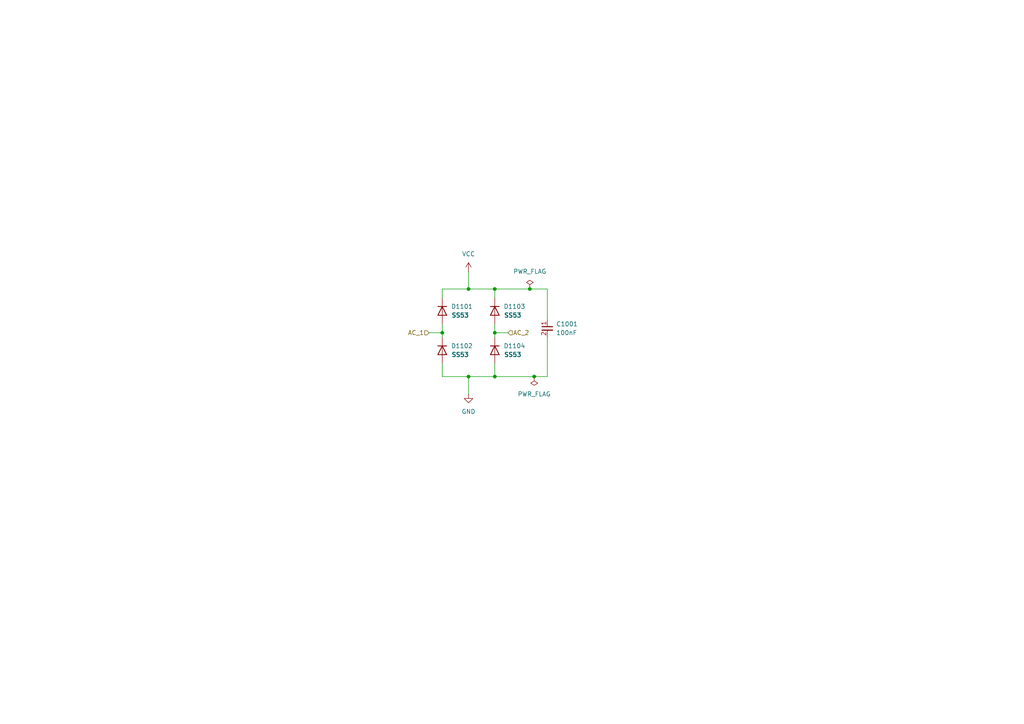
<source format=kicad_sch>
(kicad_sch (version 20231120) (generator "eeschema") (generator_version "8.0")
  (paper "A4")
  (lib_symbols
    (symbol "capacitor_miscellaneous:C_0603_100nF"
      (property "Reference" "C" (at 1.27 2.54 0))
      (property "Value" "100nF" (at 3.81 -2.54 0))
      (symbol "C_0603_100nF_0_1"
        (polyline (pts (xy -1.524 -0.508) (xy 1.524 -0.508)) (stroke (width 0.3302)))
        (polyline (pts (xy -1.524 0.508) (xy 1.524 0.508)) (stroke (width 0.3048)))
      )
      (symbol "C_0603_100nF_1_1"
        (pin passive line (at 0 2.54 270) (length 2.032) (name "~") (number "1"))
        (pin passive line (at 0 -2.54 90) (length 2.032) (name "~") (number "2"))
      )
    )
    (symbol "custom_kicad_lib_sk:SS53" (pin_numbers hide) (pin_names (offset 1.016) hide)
      (property "Reference" "D" (at 0 2.54 0))
      (property "Value" "SS53" (at 0 -1.27 0))
      (symbol "SS53_0_1"
        (polyline (pts (xy -1.27 2.54) (xy -1.27 0)) (stroke (width 0.254)))
        (polyline (pts (xy 1.27 1.27) (xy -1.27 1.27)))
        (polyline (pts (xy 1.27 2.54) (xy 1.27 0) (xy -1.27 1.27) (xy 1.27 2.54)) (stroke (width 0.254)))
      )
      (symbol "SS53_1_1"
        (pin passive line (at -3.81 1.27 0) (length 2.54) (name "K") (number "1"))
        (pin passive line (at 3.81 1.27 180) (length 2.54) (name "A") (number "2"))
      )
    )
    (symbol "power:GND" (power) (pin_numbers hide) (pin_names (offset 0) hide)
      (property "Value" "GND" (at 0 -3.81 0))
      (symbol "GND_0_1"
        (polyline (pts (xy 0 0) (xy 0 -1.27) (xy 1.27 -1.27) (xy 0 -2.54) (xy -1.27 -1.27) (xy 0 -1.27)))
      )
      (symbol "GND_1_1"
        (pin power_in line (at 0 0 270) (length 0) (name "~") (number "1"))
      )
    )
    (symbol "power:PWR_FLAG" (power) (pin_numbers hide) (pin_names (offset 0) hide)
      (property "Value" "PWR_FLAG" (at 0 3.81 0))
      (symbol "PWR_FLAG_0_0"
        (pin power_out line (at 0 0 90) (length 0) (name "pwr") (number "1"))
      )
      (symbol "PWR_FLAG_0_1"
        (polyline (pts (xy 0 0) (xy 0 1.27) (xy -1.016 1.905) (xy 0 2.54) (xy 1.016 1.905) (xy 0 1.27)))
      )
    )
    (symbol "power:VCC" (power) (pin_numbers hide) (pin_names (offset 0) hide)
      (property "Value" "VCC" (at 0 3.556 0))
      (symbol "VCC_0_1"
        (polyline (pts (xy -0.762 1.27) (xy 0 2.54)))
        (polyline (pts (xy 0 0) (xy 0 2.54)))
        (polyline (pts (xy 0 2.54) (xy 0.762 1.27)))
      )
      (symbol "VCC_1_1"
        (pin power_in line (at 0 0 90) (length 0) (name "~") (number "1"))
      )
    )
  )
  (junction (at 153.67 83.82))
  (junction (at 154.94 109.22))
  (junction (at 135.89 109.22))
  (junction (at 143.51 109.22))
  (junction (at 128.27 96.52))
  (junction (at 143.51 96.52))
  (junction (at 143.51 83.82))
  (junction (at 135.89 83.82))
  (wire (pts (xy 143.51 83.82) (xy 143.51 86.36)))
  (wire (pts (xy 124.46 96.52) (xy 128.27 96.52)))
  (wire (pts (xy 128.27 86.36) (xy 128.27 83.82)))
  (wire (pts (xy 143.51 109.22) (xy 135.89 109.22)))
  (wire (pts (xy 154.94 109.22) (xy 158.75 109.22)))
  (wire (pts (xy 128.27 96.52) (xy 128.27 97.79)))
  (wire (pts (xy 128.27 109.22) (xy 128.27 105.41)))
  (wire (pts (xy 135.89 109.22) (xy 135.89 114.3)))
  (wire (pts (xy 147.32 96.52) (xy 143.51 96.52)))
  (wire (pts (xy 128.27 83.82) (xy 135.89 83.82)))
  (wire (pts (xy 158.75 83.82) (xy 153.67 83.82)))
  (wire (pts (xy 135.89 78.74) (xy 135.89 83.82)))
  (wire (pts (xy 158.75 92.71) (xy 158.75 83.82)))
  (wire (pts (xy 153.67 83.82) (xy 143.51 83.82)))
  (wire (pts (xy 143.51 93.98) (xy 143.51 96.52)))
  (wire (pts (xy 135.89 83.82) (xy 143.51 83.82)))
  (wire (pts (xy 158.75 109.22) (xy 158.75 97.79)))
  (wire (pts (xy 143.51 105.41) (xy 143.51 109.22)))
  (wire (pts (xy 143.51 96.52) (xy 143.51 97.79)))
  (wire (pts (xy 143.51 109.22) (xy 154.94 109.22)))
  (wire (pts (xy 135.89 109.22) (xy 128.27 109.22)))
  (wire (pts (xy 128.27 93.98) (xy 128.27 96.52)))
  (hierarchical_label "AC_2" (shape input) (at 147.32 96.52 0))
  (hierarchical_label "AC_1" (shape input) (at 124.46 96.52 180))
  (symbol (lib_id "power:GND") (at 135.89 114.3 0) (unit 1)
    (property "Reference" "#PWR013" (effects (hide yes)))
    (property "Value" "GND" (at 135.89 119.38 0))
    (property "Description" "Power symbol creates a global label with name \"GND\" , ground" (effects (hide yes)))
  )
  (symbol (lib_id "custom_kicad_lib_sk:SS53") (at 142.24 90.17 270) (unit 1)
    (property "Reference" "D1103" (at 146.05 88.9 90) (effects (justify left)))
    (property "Value" "SS53" (at 146.05 91.44 90) (effects (font (bold yes)) (justify left)))
    (property "Footprint" "Diode_SMD:D_SMA" (effects (hide yes)))
    (property "Sim.Device" "D" (effects (hide yes)))
    (property "Sim.Pins" "1=K 2=A" (effects (hide yes)))
    (property "JLCPCB Part#" "C8678" (effects (hide yes)))
  )
  (symbol (lib_id "custom_kicad_lib_sk:SS53") (at 127 90.17 270) (unit 1)
    (property "Reference" "D1101" (at 130.81 88.9 90) (effects (justify left)))
    (property "Value" "SS53" (at 130.81 91.44 90) (effects (font (bold yes)) (justify left)))
    (property "Footprint" "Diode_SMD:D_SMA" (effects (hide yes)))
    (property "Sim.Device" "D" (effects (hide yes)))
    (property "Sim.Pins" "1=K 2=A" (effects (hide yes)))
    (property "JLCPCB Part#" "C8678" (effects (hide yes)))
  )
  (symbol (lib_id "custom_kicad_lib_sk:SS53") (at 142.24 101.6 270) (unit 1)
    (property "Reference" "D1104" (at 146.05 100.33 90) (effects (justify left)))
    (property "Value" "SS53" (at 146.05 102.87 90) (effects (font (bold yes)) (justify left)))
    (property "Footprint" "Diode_SMD:D_SMA" (effects (hide yes)))
    (property "Sim.Device" "D" (effects (hide yes)))
    (property "Sim.Pins" "1=K 2=A" (effects (hide yes)))
    (property "JLCPCB Part#" "C8678" (effects (hide yes)))
  )
  (symbol (lib_id "capacitor_miscellaneous:C_0603_100nF") (at 158.75 95.25 0) (unit 1)
    (property "Reference" "C1001" (at 161.29 93.9862 0) (effects (justify left)))
    (property "Value" "100nF" (at 161.29 96.5262 0) (effects (justify left)))
    (property "Footprint" "Capacitor_SMD:C_0603_1608Metric" (effects (hide yes)))
    (property "JLCPCB Part#" "C14663" (effects (hide yes)))
  )
  (symbol (lib_id "power:PWR_FLAG") (at 153.67 83.82 0) (unit 1)
    (property "Reference" "#FLG01101" (effects (hide yes)))
    (property "Value" "PWR_FLAG" (at 153.67 78.74 0))
  )
  (symbol (lib_id "power:VCC") (at 135.89 78.74 0) (unit 1)
    (property "Reference" "#PWR012" (effects (hide yes)))
    (property "Value" "VCC" (at 135.89 73.66 0))
    (property "Description" "Power symbol creates a global label with name \"VCC\"" (effects (hide yes)))
  )
  (symbol (lib_id "custom_kicad_lib_sk:SS53") (at 127 101.6 270) (unit 1)
    (property "Reference" "D1102" (at 130.81 100.33 90) (effects (justify left)))
    (property "Value" "SS53" (at 130.81 102.87 90) (effects (font (bold yes)) (justify left)))
    (property "Footprint" "Diode_SMD:D_SMA" (effects (hide yes)))
    (property "Sim.Device" "D" (effects (hide yes)))
    (property "Sim.Pins" "1=K 2=A" (effects (hide yes)))
    (property "JLCPCB Part#" "C8678" (effects (hide yes)))
  )
  (symbol (lib_id "power:PWR_FLAG") (at 154.94 109.22 180) (unit 1)
    (property "Reference" "#FLG01102" (effects (hide yes)))
    (property "Value" "PWR_FLAG" (at 154.94 114.3 0))
  )
)
</source>
